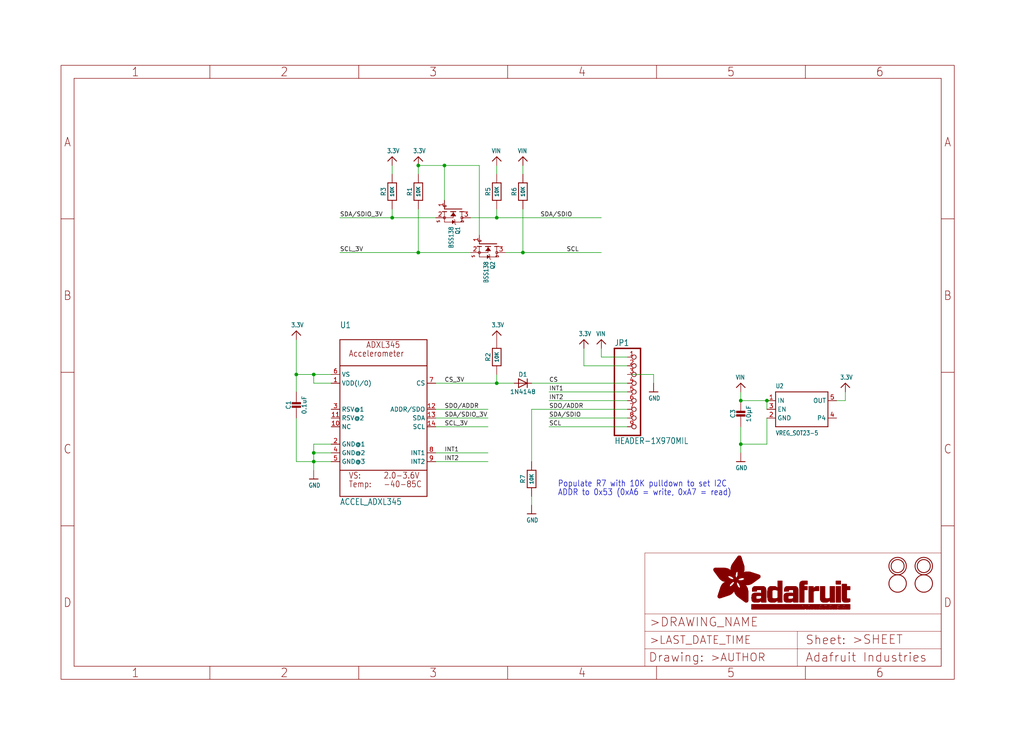
<source format=kicad_sch>
(kicad_sch (version 20211123) (generator eeschema)
  (paper "User" 298.45 217.881)
  (lib_symbols
    (symbol "eagleSchem-eagle-import:3.3V" (power)
      (property "Value" "3.3V" (at -1.524 1.016 0))
      (symbol "3.3V_1_0"
        (pin power_in line (at 0 -2.54 90) (length 2.54) (name "3.3V") (number "1"))
      )
    )
    (symbol "eagleSchem-eagle-import:ACCEL_ADXL345"
      (property "Reference" "U" (at -12.7 26.162 0))
      (property "Value" "ACCEL_ADXL345" (at -12.7 -25.4 0))
      (symbol "ACCEL_ADXL345_1_0"
        (text "-40-85C" (at 0 -20.32 0) (effects (font (size 1.778 1.5113)) (justify left bottom)))
        (text "2.0-3.6V" (at 0 -17.78 0) (effects (font (size 1.778 1.5113)) (justify left bottom)))
        (text "Accelerometer" (at -10.16 17.78 0) (effects (font (size 1.778 1.5113)) (justify left bottom)))
        (text "ADXL345" (at -5.08 20.32 0) (effects (font (size 1.778 1.5113)) (justify left bottom)))
        (text "Temp:" (at -10.16 -20.32 0) (effects (font (size 1.778 1.5113)) (justify left bottom)))
        (text "VS:" (at -10.16 -17.78 0) (effects (font (size 1.778 1.5113)) (justify left bottom)))
        (pin bidirectional line (at -15.24 10.16 0) (length 2.54) (name "VDD(I/O)") (number "1"))
        (pin bidirectional line (at -15.24 -2.54 0) (length 2.54) (name "NC") (number "10"))
        (pin bidirectional line (at -15.24 0 0) (length 2.54) (name "RSV@2") (number "11"))
        (pin bidirectional line (at 15.24 2.54 180) (length 2.54) (name "ADDR/SDO") (number "12"))
        (pin bidirectional line (at 15.24 0 180) (length 2.54) (name "SDA") (number "13"))
        (pin bidirectional line (at 15.24 -2.54 180) (length 2.54) (name "SCL") (number "14"))
        (pin bidirectional line (at -15.24 -7.62 0) (length 2.54) (name "GND@1") (number "2"))
        (pin bidirectional line (at -15.24 2.54 0) (length 2.54) (name "RSV@1") (number "3"))
        (pin bidirectional line (at -15.24 -10.16 0) (length 2.54) (name "GND@2") (number "4"))
        (pin bidirectional line (at -15.24 -12.7 0) (length 2.54) (name "GND@3") (number "5"))
        (pin bidirectional line (at -15.24 12.7 0) (length 2.54) (name "VS") (number "6"))
        (pin bidirectional line (at 15.24 10.16 180) (length 2.54) (name "CS") (number "7"))
        (pin bidirectional line (at 15.24 -10.16 180) (length 2.54) (name "INT1") (number "8"))
        (pin bidirectional line (at 15.24 -12.7 180) (length 2.54) (name "INT2") (number "9"))
      )
    )
    (symbol "eagleSchem-eagle-import:CAP_CERAMIC0805-NOOUTLINE"
      (property "Reference" "C" (at -2.29 1.25 90))
      (property "Value" "CAP_CERAMIC0805-NOOUTLINE" (at 2.3 1.25 90))
      (symbol "CAP_CERAMIC0805-NOOUTLINE_1_0"
        (pin passive line (at 0 5.08 270) (length 2.54) (name "1") (number "1"))
        (pin passive line (at 0 -2.54 90) (length 2.54) (name "2") (number "2"))
      )
    )
    (symbol "eagleSchem-eagle-import:DIODE_SOD323MINI"
      (property "Reference" "D" (at 0 2.54 0))
      (property "Value" "DIODE_SOD323MINI" (at 0 -2.5 0))
      (symbol "DIODE_SOD323MINI_1_0"
        (pin passive line (at -2.54 0 0) (length 2.54) (name "A") (number "A"))
        (pin passive line (at 2.54 0 180) (length 2.54) (name "C") (number "C"))
      )
    )
    (symbol "eagleSchem-eagle-import:FIDUCIAL")
    (symbol "eagleSchem-eagle-import:FRAME_A4_ADAFRUIT"
      (symbol "FRAME_A4_ADAFRUIT_1_0"
        (text "1" (at 21.6958 1.905 0) (effects (font (size 2.54 2.286))))
        (text "1" (at 21.6958 177.165 0) (effects (font (size 2.54 2.286))))
        (text "2" (at 65.0875 1.905 0) (effects (font (size 2.54 2.286))))
        (text "2" (at 65.0875 177.165 0) (effects (font (size 2.54 2.286))))
        (text "3" (at 108.4792 1.905 0) (effects (font (size 2.54 2.286))))
        (text "3" (at 108.4792 177.165 0) (effects (font (size 2.54 2.286))))
        (text "4" (at 151.8708 1.905 0) (effects (font (size 2.54 2.286))))
        (text "4" (at 151.8708 177.165 0) (effects (font (size 2.54 2.286))))
        (text "5" (at 195.2625 1.905 0) (effects (font (size 2.54 2.286))))
        (text "5" (at 195.2625 177.165 0) (effects (font (size 2.54 2.286))))
        (text "6" (at 238.6542 1.905 0) (effects (font (size 2.54 2.286))))
        (text "6" (at 238.6542 177.165 0) (effects (font (size 2.54 2.286))))
        (text ">AUTHOR" (at 189.23 5.08 0) (effects (font (size 2.286 2.286)) (justify left bottom)))
        (text ">DRAWING_NAME" (at 171.45 15.24 0) (effects (font (size 2.54 2.54)) (justify left bottom)))
        (text ">LAST_DATE_TIME" (at 171.45 10.16 0) (effects (font (size 2.286 2.286)) (justify left bottom)))
        (text ">SHEET" (at 230.505 10.16 0) (effects (font (size 2.54 2.54)) (justify left bottom)))
        (text "A" (at 1.905 156.6863 0) (effects (font (size 2.54 2.286))))
        (text "A" (at 258.445 156.6863 0) (effects (font (size 2.54 2.286))))
        (text "Adafruit Industries" (at 216.916 4.953 0) (effects (font (size 2.54 2.54)) (justify left bottom)))
        (text "B" (at 1.905 111.9188 0) (effects (font (size 2.54 2.286))))
        (text "B" (at 258.445 111.9188 0) (effects (font (size 2.54 2.286))))
        (text "C" (at 1.905 67.1513 0) (effects (font (size 2.54 2.286))))
        (text "C" (at 258.445 67.1513 0) (effects (font (size 2.54 2.286))))
        (text "D" (at 1.905 22.3838 0) (effects (font (size 2.54 2.286))))
        (text "D" (at 258.445 22.3838 0) (effects (font (size 2.54 2.286))))
        (text "Drawing:" (at 171.196 4.953 0) (effects (font (size 2.54 2.54)) (justify left bottom)))
        (text "Sheet:" (at 216.916 10.033 0) (effects (font (size 2.54 2.54)) (justify left bottom)))
      )
    )
    (symbol "eagleSchem-eagle-import:GND" (power)
      (property "Value" "GND" (at -1.524 -2.54 0))
      (symbol "GND_1_0"
        (pin power_in line (at 0 2.54 270) (length 2.54) (name "GND") (number "1"))
      )
    )
    (symbol "eagleSchem-eagle-import:HEADER-1X970MIL"
      (property "Reference" "JP" (at -6.35 13.335 0))
      (property "Value" "HEADER-1X970MIL" (at -6.35 -15.24 0))
      (symbol "HEADER-1X970MIL_1_0"
        (pin passive inverted (at -2.54 10.16 0) (length 2.54) (name "1") (number "1"))
        (pin passive inverted (at -2.54 7.62 0) (length 2.54) (name "2") (number "2"))
        (pin passive inverted (at -2.54 5.08 0) (length 2.54) (name "3") (number "3"))
        (pin passive inverted (at -2.54 2.54 0) (length 2.54) (name "4") (number "4"))
        (pin passive inverted (at -2.54 0 0) (length 2.54) (name "5") (number "5"))
        (pin passive inverted (at -2.54 -2.54 0) (length 2.54) (name "6") (number "6"))
        (pin passive inverted (at -2.54 -5.08 0) (length 2.54) (name "7") (number "7"))
        (pin passive inverted (at -2.54 -7.62 0) (length 2.54) (name "8") (number "8"))
        (pin passive inverted (at -2.54 -10.16 0) (length 2.54) (name "9") (number "9"))
      )
    )
    (symbol "eagleSchem-eagle-import:MOSFET-NWIDE"
      (property "Reference" "Q" (at 5.08 0.635 0))
      (property "Value" "MOSFET-NWIDE" (at 5.08 -1.27 0))
      (symbol "MOSFET-NWIDE_1_0"
        (text "D" (at 3.175 3.175 0) (effects (font (size 0.8128 0.6908)) (justify left bottom)))
        (text "G" (at -1.27 -1.905 0) (effects (font (size 0.8128 0.6908)) (justify left bottom)))
        (text "S" (at 3.175 -3.81 0) (effects (font (size 0.8128 0.6908)) (justify left bottom)))
        (pin bidirectional line (at -2.54 -2.54 0) (length 2.54) (name "G") (number "1"))
        (pin bidirectional line (at 2.54 -5.08 90) (length 2.54) (name "S") (number "2"))
        (pin bidirectional line (at 2.54 5.08 270) (length 2.54) (name "D") (number "3"))
      )
    )
    (symbol "eagleSchem-eagle-import:MOUNTINGHOLE2.5")
    (symbol "eagleSchem-eagle-import:RESISTOR0805_NOOUTLINE"
      (property "Reference" "R" (at 0 2.54 0))
      (property "Value" "RESISTOR0805_NOOUTLINE" (at 0 0 0))
      (symbol "RESISTOR0805_NOOUTLINE_1_0"
        (pin passive line (at -5.08 0 0) (length 2.54) (name "1") (number "1"))
        (pin passive line (at 5.08 0 180) (length 2.54) (name "2") (number "2"))
      )
    )
    (symbol "eagleSchem-eagle-import:VIN" (power)
      (property "Value" "VIN" (at -1.524 1.016 0))
      (symbol "VIN_1_0"
        (pin power_in line (at 0 -2.54 90) (length 2.54) (name "VIN") (number "1"))
      )
    )
    (symbol "eagleSchem-eagle-import:VREG_SOT23-5"
      (property "Reference" "U" (at -7.62 6.096 0))
      (property "Value" "VREG_SOT23-5" (at -7.62 -7.62 0))
      (symbol "VREG_SOT23-5_1_0"
        (pin power_in line (at -10.16 2.54 0) (length 2.54) (name "IN") (number "1"))
        (pin power_in line (at -10.16 -2.54 0) (length 2.54) (name "GND") (number "2"))
        (pin input line (at -10.16 0 0) (length 2.54) (name "EN") (number "3"))
        (pin bidirectional line (at 10.16 -2.54 180) (length 2.54) (name "P4") (number "4"))
        (pin power_in line (at 10.16 2.54 180) (length 2.54) (name "OUT") (number "5"))
      )
    )
  )
  (junction (at 114.3 63.5))
  (junction (at 86.36 109.22))
  (junction (at 215.9 129.54))
  (junction (at 121.92 73.66))
  (junction (at 91.44 132.08))
  (junction (at 91.44 109.22))
  (junction (at 129.54 48.26))
  (junction (at 121.92 48.26))
  (junction (at 223.52 116.84))
  (junction (at 215.9 116.84))
  (junction (at 144.78 111.76))
  (junction (at 152.4 73.66))
  (junction (at 144.78 63.5))
  (junction (at 91.44 134.62))
  (wire (pts (xy 154.94 119.38) (xy 154.94 134.62)))
  (wire (pts (xy 91.44 132.08) (xy 91.44 134.62)))
  (wire (pts (xy 190.5 109.22) (xy 190.5 111.76)))
  (wire (pts (xy 182.88 114.3) (xy 160.02 114.3)))
  (wire (pts (xy 127 119.38) (xy 142.24 119.38)))
  (wire (pts (xy 154.94 119.38) (xy 182.88 119.38)))
  (wire (pts (xy 127 134.62) (xy 142.24 134.62)))
  (wire (pts (xy 139.7 68.58) (xy 139.7 48.26)))
  (wire (pts (xy 182.88 124.46) (xy 160.02 124.46)))
  (wire (pts (xy 121.92 50.8) (xy 121.92 48.26)))
  (wire (pts (xy 144.78 63.5) (xy 175.26 63.5)))
  (wire (pts (xy 96.52 134.62) (xy 91.44 134.62)))
  (wire (pts (xy 96.52 132.08) (xy 91.44 132.08)))
  (wire (pts (xy 182.88 109.22) (xy 190.5 109.22)))
  (wire (pts (xy 114.3 63.5) (xy 99.06 63.5)))
  (wire (pts (xy 127 121.92) (xy 142.24 121.92)))
  (wire (pts (xy 182.88 116.84) (xy 160.02 116.84)))
  (wire (pts (xy 152.4 73.66) (xy 175.26 73.66)))
  (wire (pts (xy 86.36 109.22) (xy 86.36 99.06)))
  (wire (pts (xy 154.94 144.78) (xy 154.94 147.32)))
  (wire (pts (xy 114.3 50.8) (xy 114.3 48.26)))
  (wire (pts (xy 182.88 104.14) (xy 175.26 104.14)))
  (wire (pts (xy 144.78 60.96) (xy 144.78 63.5)))
  (wire (pts (xy 175.26 104.14) (xy 175.26 101.6)))
  (wire (pts (xy 86.36 134.62) (xy 86.36 121.92)))
  (wire (pts (xy 215.9 124.46) (xy 215.9 129.54)))
  (wire (pts (xy 144.78 111.76) (xy 149.86 111.76)))
  (wire (pts (xy 147.32 73.66) (xy 152.4 73.66)))
  (wire (pts (xy 127 111.76) (xy 144.78 111.76)))
  (wire (pts (xy 114.3 60.96) (xy 114.3 63.5)))
  (wire (pts (xy 154.94 111.76) (xy 182.88 111.76)))
  (wire (pts (xy 96.52 129.54) (xy 91.44 129.54)))
  (wire (pts (xy 121.92 73.66) (xy 99.06 73.66)))
  (wire (pts (xy 215.9 116.84) (xy 215.9 114.3)))
  (wire (pts (xy 129.54 48.26) (xy 121.92 48.26)))
  (wire (pts (xy 182.88 121.92) (xy 160.02 121.92)))
  (wire (pts (xy 91.44 134.62) (xy 91.44 137.16)))
  (wire (pts (xy 127 132.08) (xy 142.24 132.08)))
  (wire (pts (xy 127 124.46) (xy 142.24 124.46)))
  (wire (pts (xy 139.7 48.26) (xy 129.54 48.26)))
  (wire (pts (xy 86.36 109.22) (xy 91.44 109.22)))
  (wire (pts (xy 96.52 111.76) (xy 91.44 111.76)))
  (wire (pts (xy 91.44 134.62) (xy 86.36 134.62)))
  (wire (pts (xy 215.9 129.54) (xy 215.9 132.08)))
  (wire (pts (xy 91.44 129.54) (xy 91.44 132.08)))
  (wire (pts (xy 152.4 48.26) (xy 152.4 50.8)))
  (wire (pts (xy 243.84 116.84) (xy 246.38 116.84)))
  (wire (pts (xy 137.16 73.66) (xy 121.92 73.66)))
  (wire (pts (xy 121.92 60.96) (xy 121.92 73.66)))
  (wire (pts (xy 223.52 119.38) (xy 223.52 116.84)))
  (wire (pts (xy 223.52 116.84) (xy 215.9 116.84)))
  (wire (pts (xy 86.36 114.3) (xy 86.36 109.22)))
  (wire (pts (xy 91.44 109.22) (xy 96.52 109.22)))
  (wire (pts (xy 144.78 48.26) (xy 144.78 50.8)))
  (wire (pts (xy 223.52 129.54) (xy 215.9 129.54)))
  (wire (pts (xy 152.4 60.96) (xy 152.4 73.66)))
  (wire (pts (xy 170.18 106.68) (xy 170.18 101.6)))
  (wire (pts (xy 91.44 111.76) (xy 91.44 109.22)))
  (wire (pts (xy 144.78 111.76) (xy 144.78 109.22)))
  (wire (pts (xy 246.38 116.84) (xy 246.38 114.3)))
  (wire (pts (xy 129.54 58.42) (xy 129.54 48.26)))
  (wire (pts (xy 182.88 106.68) (xy 170.18 106.68)))
  (wire (pts (xy 127 63.5) (xy 114.3 63.5)))
  (wire (pts (xy 137.16 63.5) (xy 144.78 63.5)))
  (wire (pts (xy 223.52 121.92) (xy 223.52 129.54)))
  (text "Populate R7 with 10K pulldown to set I2C" (at 162.56 142.24 180) (effects (font (size 1.778 1.5113)) (justify left bottom)))
  (text "ADDR to 0x53 (0xA6 = write, 0xA7 = read)" (at 162.56 144.78 180) (effects (font (size 1.778 1.5113)) (justify left bottom)))
  (label "SDA/SDIO" (at 157.48 63.5 0) (effects (font (size 1.2446 1.2446))))
  (label "SCL" (at 165.1 73.66 0) (effects (font (size 1.2446 1.2446))))
  (label "SDA/SDIO_3V" (at 99.06 63.5 0) (effects (font (size 1.2446 1.2446))))
  (label "SDA/SDIO" (at 160.02 121.92 0) (effects (font (size 1.2446 1.2446))))
  (label "INT1" (at 129.54 132.08 0) (effects (font (size 1.2446 1.2446))))
  (label "SCL_3V" (at 99.06 73.66 0) (effects (font (size 1.2446 1.2446))))
  (label "SDO/ADDR" (at 160.02 119.38 0) (effects (font (size 1.2446 1.2446))))
  (label "SCL" (at 160.02 124.46 0) (effects (font (size 1.2446 1.2446))))
  (label "INT2" (at 129.54 134.62 0) (effects (font (size 1.2446 1.2446))))
  (label "INT2" (at 160.02 116.84 0) (effects (font (size 1.2446 1.2446))))
  (label "SDO/ADDR" (at 129.54 119.38 0) (effects (font (size 1.2446 1.2446))))
  (label "CS" (at 160.02 111.76 0) (effects (font (size 1.2446 1.2446))))
  (label "INT1" (at 160.02 114.3 0) (effects (font (size 1.2446 1.2446))))
  (label "SCL_3V" (at 129.54 124.46 0) (effects (font (size 1.2446 1.2446))))
  (label "CS_3V" (at 129.54 111.76 0) (effects (font (size 1.2446 1.2446))))
  (label "SDA/SDIO_3V" (at 129.54 121.92 0) (effects (font (size 1.2446 1.2446))))
  (symbol (lib_id "eagleSchem-eagle-import:MOUNTINGHOLE2.5") (at 261.62 165.1 0) (unit 1)
    (property "Reference" "U$6" (effects hide))
    (property "Value" "MOUNTINGHOLE2.5" (effects hide))
    (property "Footprint" "eagleSchem:MOUNTINGHOLE_2.5_PLATED" (effects hide))
  )
  (symbol (lib_id "eagleSchem-eagle-import:CAP_CERAMIC0805-NOOUTLINE") (at 215.9 121.92 0) (unit 1)
    (property "Reference" "C3" (at 213.61 120.67 90))
    (property "Value" "10µF" (at 218.2 120.67 90))
    (property "Footprint" "eagleSchem:0805-NO" (effects hide))
  )
  (symbol (lib_id "eagleSchem-eagle-import:VREG_SOT23-5") (at 233.68 119.38 0) (unit 1)
    (property "Reference" "U2" (at 226.06 113.284 0) (effects (font (size 1.27 1.0795)) (justify left bottom)))
    (property "Value" "VREG_SOT23-5" (at 226.06 127 0) (effects (font (size 1.27 1.0795)) (justify left bottom)))
    (property "Footprint" "eagleSchem:SOT23-5" (effects hide))
  )
  (symbol (lib_id "eagleSchem-eagle-import:VIN") (at 152.4 45.72 0) (unit 1)
    (property "Reference" "#U$17" (effects hide))
    (property "Value" "VIN" (at 150.876 44.704 0) (effects (font (size 1.27 1.0795)) (justify left bottom)))
    (property "Footprint" "eagleSchem:" (effects hide))
  )
  (symbol (lib_id "eagleSchem-eagle-import:3.3V") (at 170.18 99.06 0) (unit 1)
    (property "Reference" "#U$19" (effects hide))
    (property "Value" "3.3V" (at 168.656 98.044 0) (effects (font (size 1.27 1.0795)) (justify left bottom)))
    (property "Footprint" "eagleSchem:" (effects hide))
  )
  (symbol (lib_id "eagleSchem-eagle-import:GND") (at 91.44 139.7 0) (unit 1)
    (property "Reference" "#U$2" (effects hide))
    (property "Value" "GND" (at 89.916 142.24 0) (effects (font (size 1.27 1.0795)) (justify left bottom)))
    (property "Footprint" "eagleSchem:" (effects hide))
  )
  (symbol (lib_id "eagleSchem-eagle-import:3.3V") (at 121.92 45.72 0) (unit 1)
    (property "Reference" "#U$11" (effects hide))
    (property "Value" "3.3V" (at 120.396 44.704 0) (effects (font (size 1.27 1.0795)) (justify left bottom)))
    (property "Footprint" "eagleSchem:" (effects hide))
  )
  (symbol (lib_id "eagleSchem-eagle-import:RESISTOR0805_NOOUTLINE") (at 144.78 55.88 90) (unit 1)
    (property "Reference" "R5" (at 142.24 55.88 0))
    (property "Value" "10K" (at 144.78 55.88 0) (effects (font (size 1.016 1.016) bold)))
    (property "Footprint" "eagleSchem:0805-NO" (effects hide))
  )
  (symbol (lib_id "eagleSchem-eagle-import:MOSFET-NWIDE") (at 132.08 60.96 270) (unit 1)
    (property "Reference" "Q1" (at 132.715 66.04 0) (effects (font (size 1.27 1.0795)) (justify left bottom)))
    (property "Value" "BSS138" (at 130.81 66.04 0) (effects (font (size 1.27 1.0795)) (justify left bottom)))
    (property "Footprint" "eagleSchem:SOT23-WIDE" (effects hide))
  )
  (symbol (lib_id "eagleSchem-eagle-import:RESISTOR0805_NOOUTLINE") (at 114.3 55.88 90) (unit 1)
    (property "Reference" "R3" (at 111.76 55.88 0))
    (property "Value" "10K" (at 114.3 55.88 0) (effects (font (size 1.016 1.016) bold)))
    (property "Footprint" "eagleSchem:0805-NO" (effects hide))
  )
  (symbol (lib_id "eagleSchem-eagle-import:MOUNTINGHOLE2.5") (at 269.24 165.1 0) (unit 1)
    (property "Reference" "U$4" (effects hide))
    (property "Value" "MOUNTINGHOLE2.5" (effects hide))
    (property "Footprint" "eagleSchem:MOUNTINGHOLE_2.5_PLATED" (effects hide))
  )
  (symbol (lib_id "eagleSchem-eagle-import:RESISTOR0805_NOOUTLINE") (at 154.94 139.7 90) (unit 1)
    (property "Reference" "R7" (at 152.4 139.7 0))
    (property "Value" "10K" (at 154.94 139.7 0) (effects (font (size 1.016 1.016) bold)))
    (property "Footprint" "eagleSchem:0805-NO" (effects hide))
  )
  (symbol (lib_id "eagleSchem-eagle-import:CAP_CERAMIC0805-NOOUTLINE") (at 86.36 119.38 0) (unit 1)
    (property "Reference" "C1" (at 84.07 118.13 90))
    (property "Value" "0.1uF" (at 88.66 118.13 90))
    (property "Footprint" "eagleSchem:0805-NO" (effects hide))
  )
  (symbol (lib_id "eagleSchem-eagle-import:3.3V") (at 144.78 96.52 0) (unit 1)
    (property "Reference" "#U$12" (effects hide))
    (property "Value" "3.3V" (at 143.256 95.504 0) (effects (font (size 1.27 1.0795)) (justify left bottom)))
    (property "Footprint" "eagleSchem:" (effects hide))
  )
  (symbol (lib_id "eagleSchem-eagle-import:GND") (at 215.9 134.62 0) (unit 1)
    (property "Reference" "#U$15" (effects hide))
    (property "Value" "GND" (at 214.376 137.16 0) (effects (font (size 1.27 1.0795)) (justify left bottom)))
    (property "Footprint" "eagleSchem:" (effects hide))
  )
  (symbol (lib_id "eagleSchem-eagle-import:HEADER-1X970MIL") (at 185.42 114.3 0) (unit 1)
    (property "Reference" "JP1" (at 179.07 100.965 0) (effects (font (size 1.778 1.5113)) (justify left bottom)))
    (property "Value" "HEADER-1X970MIL" (at 179.07 129.54 0) (effects (font (size 1.778 1.5113)) (justify left bottom)))
    (property "Footprint" "eagleSchem:1X09_ROUND_70" (effects hide))
  )
  (symbol (lib_id "eagleSchem-eagle-import:RESISTOR0805_NOOUTLINE") (at 152.4 55.88 90) (unit 1)
    (property "Reference" "R6" (at 149.86 55.88 0))
    (property "Value" "10K" (at 152.4 55.88 0) (effects (font (size 1.016 1.016) bold)))
    (property "Footprint" "eagleSchem:0805-NO" (effects hide))
  )
  (symbol (lib_id "eagleSchem-eagle-import:GND") (at 190.5 114.3 0) (unit 1)
    (property "Reference" "#U$20" (effects hide))
    (property "Value" "GND" (at 188.976 116.84 0) (effects (font (size 1.27 1.0795)) (justify left bottom)))
    (property "Footprint" "eagleSchem:" (effects hide))
  )
  (symbol (lib_id "eagleSchem-eagle-import:FRAME_A4_ADAFRUIT") (at 17.78 198.12 0) (unit 1)
    (property "Reference" "#FRAME1" (effects hide))
    (property "Value" "FRAME_A4_ADAFRUIT" (effects hide))
    (property "Footprint" "eagleSchem:" (effects hide))
  )
  (symbol (lib_id "eagleSchem-eagle-import:GND") (at 154.94 149.86 0) (unit 1)
    (property "Reference" "#U$5" (effects hide))
    (property "Value" "GND" (at 153.416 152.4 0) (effects (font (size 1.27 1.0795)) (justify left bottom)))
    (property "Footprint" "eagleSchem:" (effects hide))
  )
  (symbol (lib_id "eagleSchem-eagle-import:RESISTOR0805_NOOUTLINE") (at 144.78 104.14 90) (unit 1)
    (property "Reference" "R2" (at 142.24 104.14 0))
    (property "Value" "10K" (at 144.78 104.14 0) (effects (font (size 1.016 1.016) bold)))
    (property "Footprint" "eagleSchem:0805-NO" (effects hide))
  )
  (symbol (lib_id "eagleSchem-eagle-import:FIDUCIAL") (at 261.62 170.18 0) (unit 1)
    (property "Reference" "U$3" (effects hide))
    (property "Value" "FIDUCIAL" (effects hide))
    (property "Footprint" "eagleSchem:FIDUCIAL_1MM" (effects hide))
  )
  (symbol (lib_id "eagleSchem-eagle-import:ACCEL_ADXL345") (at 111.76 121.92 0) (unit 1)
    (property "Reference" "U1" (at 99.06 95.758 0) (effects (font (size 1.778 1.5113)) (justify left bottom)))
    (property "Value" "ACCEL_ADXL345" (at 99.06 147.32 0) (effects (font (size 1.778 1.5113)) (justify left bottom)))
    (property "Footprint" "eagleSchem:LGA14" (effects hide))
  )
  (symbol (lib_id "eagleSchem-eagle-import:MOSFET-NWIDE") (at 142.24 71.12 270) (unit 1)
    (property "Reference" "Q2" (at 142.875 76.2 0) (effects (font (size 1.27 1.0795)) (justify left bottom)))
    (property "Value" "BSS138" (at 140.97 76.2 0) (effects (font (size 1.27 1.0795)) (justify left bottom)))
    (property "Footprint" "eagleSchem:SOT23-WIDE" (effects hide))
  )
  (symbol (lib_id "eagleSchem-eagle-import:DIODE_SOD323MINI") (at 152.4 111.76 0) (unit 1)
    (property "Reference" "D1" (at 152.4 109.22 0))
    (property "Value" "1N4148" (at 152.4 114.26 0))
    (property "Footprint" "eagleSchem:SOD-323_MINI" (effects hide))
  )
  (symbol (lib_id "eagleSchem-eagle-import:VIN") (at 144.78 45.72 0) (unit 1)
    (property "Reference" "#U$16" (effects hide))
    (property "Value" "VIN" (at 143.256 44.704 0) (effects (font (size 1.27 1.0795)) (justify left bottom)))
    (property "Footprint" "eagleSchem:" (effects hide))
  )
  (symbol (lib_id "eagleSchem-eagle-import:VIN") (at 215.9 111.76 0) (unit 1)
    (property "Reference" "#U$14" (effects hide))
    (property "Value" "VIN" (at 214.376 110.744 0) (effects (font (size 1.27 1.0795)) (justify left bottom)))
    (property "Footprint" "eagleSchem:" (effects hide))
  )
  (symbol (lib_id "eagleSchem-eagle-import:3.3V") (at 86.36 96.52 0) (unit 1)
    (property "Reference" "#U$9" (effects hide))
    (property "Value" "3.3V" (at 84.836 95.504 0) (effects (font (size 1.27 1.0795)) (justify left bottom)))
    (property "Footprint" "eagleSchem:" (effects hide))
  )
  (symbol (lib_id "eagleSchem-eagle-import:FIDUCIAL") (at 269.24 170.18 0) (unit 1)
    (property "Reference" "U$1" (effects hide))
    (property "Value" "FIDUCIAL" (effects hide))
    (property "Footprint" "eagleSchem:FIDUCIAL_1MM" (effects hide))
  )
  (symbol (lib_id "eagleSchem-eagle-import:3.3V") (at 246.38 111.76 0) (unit 1)
    (property "Reference" "#U$13" (effects hide))
    (property "Value" "3.3V" (at 244.856 110.744 0) (effects (font (size 1.27 1.0795)) (justify left bottom)))
    (property "Footprint" "eagleSchem:" (effects hide))
  )
  (symbol (lib_id "eagleSchem-eagle-import:VIN") (at 175.26 99.06 0) (unit 1)
    (property "Reference" "#U$18" (effects hide))
    (property "Value" "VIN" (at 173.736 98.044 0) (effects (font (size 1.27 1.0795)) (justify left bottom)))
    (property "Footprint" "eagleSchem:" (effects hide))
  )
  (symbol (lib_id "eagleSchem-eagle-import:RESISTOR0805_NOOUTLINE") (at 121.92 55.88 90) (unit 1)
    (property "Reference" "R1" (at 119.38 55.88 0))
    (property "Value" "10K" (at 121.92 55.88 0) (effects (font (size 1.016 1.016) bold)))
    (property "Footprint" "eagleSchem:0805-NO" (effects hide))
  )
  (symbol (lib_id "eagleSchem-eagle-import:3.3V") (at 114.3 45.72 0) (unit 1)
    (property "Reference" "#U$10" (effects hide))
    (property "Value" "3.3V" (at 112.776 44.704 0) (effects (font (size 1.27 1.0795)) (justify left bottom)))
    (property "Footprint" "eagleSchem:" (effects hide))
  )
)
</source>
